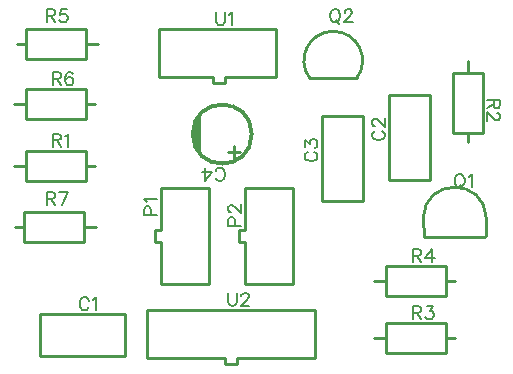
<source format=gto>
G04 Layer: TopSilkscreenLayer*
G04 EasyEDA v6.5.34, 2023-09-11 20:58:26*
G04 89a12498d96e4dad869766467b3fb9f4,2c7f107921f9494b8657ce3d0c88cbd9,10*
G04 Gerber Generator version 0.2*
G04 Scale: 100 percent, Rotated: No, Reflected: No *
G04 Dimensions in millimeters *
G04 leading zeros omitted , absolute positions ,4 integer and 5 decimal *
%FSLAX45Y45*%
%MOMM*%

%ADD10C,0.1524*%
%ADD11C,0.2540*%
%ADD12C,0.3000*%

%LPD*%
D10*
X1957565Y9131808D02*
G01*
X1952231Y9142221D01*
X1941817Y9152636D01*
X1931657Y9157715D01*
X1910829Y9157715D01*
X1900415Y9152636D01*
X1890001Y9142221D01*
X1884667Y9131808D01*
X1879587Y9116060D01*
X1879587Y9090152D01*
X1884667Y9074658D01*
X1890001Y9064244D01*
X1900415Y9053829D01*
X1910829Y9048750D01*
X1931657Y9048750D01*
X1941817Y9053829D01*
X1952231Y9064244D01*
X1957565Y9074658D01*
X1991855Y9136887D02*
G01*
X2002269Y9142221D01*
X2017763Y9157715D01*
X2017763Y9048750D01*
X4380991Y10568165D02*
G01*
X4370577Y10562831D01*
X4360163Y10552417D01*
X4355084Y10542257D01*
X4355084Y10521429D01*
X4360163Y10511015D01*
X4370577Y10500601D01*
X4380991Y10495267D01*
X4396740Y10490187D01*
X4422647Y10490187D01*
X4438141Y10495267D01*
X4448556Y10500601D01*
X4458970Y10511015D01*
X4464050Y10521429D01*
X4464050Y10542257D01*
X4458970Y10552417D01*
X4448556Y10562831D01*
X4438141Y10568165D01*
X4380991Y10607535D02*
G01*
X4375911Y10607535D01*
X4365497Y10612869D01*
X4360163Y10617949D01*
X4355084Y10628363D01*
X4355084Y10649191D01*
X4360163Y10659605D01*
X4365497Y10664685D01*
X4375911Y10670019D01*
X4386325Y10670019D01*
X4396740Y10664685D01*
X4412234Y10654271D01*
X4464050Y10602455D01*
X4464050Y10675099D01*
X3809491Y10390365D02*
G01*
X3799077Y10385031D01*
X3788663Y10374617D01*
X3783584Y10364457D01*
X3783584Y10343629D01*
X3788663Y10333215D01*
X3799077Y10322801D01*
X3809491Y10317467D01*
X3825240Y10312387D01*
X3851147Y10312387D01*
X3866641Y10317467D01*
X3877056Y10322801D01*
X3887470Y10333215D01*
X3892550Y10343629D01*
X3892550Y10364457D01*
X3887470Y10374617D01*
X3877056Y10385031D01*
X3866641Y10390365D01*
X3783584Y10435069D02*
G01*
X3783584Y10492219D01*
X3825240Y10460977D01*
X3825240Y10476471D01*
X3830320Y10486885D01*
X3835400Y10492219D01*
X3851147Y10497299D01*
X3861561Y10497299D01*
X3877056Y10492219D01*
X3887470Y10481805D01*
X3892550Y10466057D01*
X3892550Y10450563D01*
X3887470Y10435069D01*
X3882390Y10429735D01*
X3871975Y10424655D01*
X3030321Y10172192D02*
G01*
X3035655Y10161778D01*
X3046069Y10151363D01*
X3056229Y10146284D01*
X3077057Y10146284D01*
X3087471Y10151363D01*
X3097885Y10161778D01*
X3103219Y10172192D01*
X3108299Y10187939D01*
X3108299Y10213847D01*
X3103219Y10229342D01*
X3097885Y10239755D01*
X3087471Y10250170D01*
X3077057Y10255250D01*
X3056229Y10255250D01*
X3046069Y10250170D01*
X3035655Y10239755D01*
X3030321Y10229342D01*
X2944215Y10146284D02*
G01*
X2996031Y10218928D01*
X2918053Y10218928D01*
X2944215Y10146284D02*
G01*
X2944215Y10255250D01*
X2424684Y9855200D02*
G01*
X2533650Y9855200D01*
X2424684Y9855200D02*
G01*
X2424684Y9901936D01*
X2429763Y9917429D01*
X2435097Y9922763D01*
X2445511Y9927844D01*
X2461006Y9927844D01*
X2471420Y9922763D01*
X2476500Y9917429D01*
X2481834Y9901936D01*
X2481834Y9855200D01*
X2445511Y9962134D02*
G01*
X2440177Y9972547D01*
X2424684Y9988295D01*
X2533650Y9988295D01*
X3135884Y9766300D02*
G01*
X3244850Y9766300D01*
X3135884Y9766300D02*
G01*
X3135884Y9813036D01*
X3140963Y9828529D01*
X3146297Y9833863D01*
X3156711Y9838944D01*
X3172206Y9838944D01*
X3182620Y9833863D01*
X3187700Y9828529D01*
X3193034Y9813036D01*
X3193034Y9766300D01*
X3161791Y9878568D02*
G01*
X3156711Y9878568D01*
X3146297Y9883647D01*
X3140963Y9888981D01*
X3135884Y9899395D01*
X3135884Y9919970D01*
X3140963Y9930384D01*
X3146297Y9935718D01*
X3156711Y9940797D01*
X3167125Y9940797D01*
X3177540Y9935718D01*
X3193034Y9925304D01*
X3244850Y9873234D01*
X3244850Y9946131D01*
X5085841Y10199115D02*
G01*
X5075427Y10194036D01*
X5065013Y10183621D01*
X5059679Y10173208D01*
X5054600Y10157460D01*
X5054600Y10131552D01*
X5059679Y10116058D01*
X5065013Y10105644D01*
X5075427Y10095229D01*
X5085841Y10090150D01*
X5106670Y10090150D01*
X5116829Y10095229D01*
X5127243Y10105644D01*
X5132577Y10116058D01*
X5137658Y10131552D01*
X5137658Y10157460D01*
X5132577Y10173208D01*
X5127243Y10183621D01*
X5116829Y10194036D01*
X5106670Y10199115D01*
X5085841Y10199115D01*
X5101336Y10110724D02*
G01*
X5132577Y10079736D01*
X5171947Y10178287D02*
G01*
X5182361Y10183621D01*
X5198109Y10199115D01*
X5198109Y10090150D01*
X4031741Y11596115D02*
G01*
X4021327Y11591036D01*
X4010913Y11580621D01*
X4005579Y11570208D01*
X4000500Y11554460D01*
X4000500Y11528552D01*
X4005579Y11513058D01*
X4010913Y11502644D01*
X4021327Y11492229D01*
X4031741Y11487150D01*
X4052570Y11487150D01*
X4062729Y11492229D01*
X4073143Y11502644D01*
X4078477Y11513058D01*
X4083558Y11528552D01*
X4083558Y11554460D01*
X4078477Y11570208D01*
X4073143Y11580621D01*
X4062729Y11591036D01*
X4052570Y11596115D01*
X4031741Y11596115D01*
X4047236Y11507724D02*
G01*
X4078477Y11476736D01*
X4123181Y11570208D02*
G01*
X4123181Y11575287D01*
X4128261Y11585702D01*
X4133595Y11591036D01*
X4144009Y11596115D01*
X4164584Y11596115D01*
X4174997Y11591036D01*
X4180331Y11585702D01*
X4185411Y11575287D01*
X4185411Y11564874D01*
X4180331Y11554460D01*
X4169918Y11538965D01*
X4117847Y11487150D01*
X4190745Y11487150D01*
X1651000Y10542015D02*
G01*
X1651000Y10433050D01*
X1651000Y10542015D02*
G01*
X1697736Y10542015D01*
X1713229Y10536936D01*
X1718563Y10531602D01*
X1723644Y10521187D01*
X1723644Y10510774D01*
X1718563Y10500360D01*
X1713229Y10495279D01*
X1697736Y10490200D01*
X1651000Y10490200D01*
X1687321Y10490200D02*
G01*
X1723644Y10433050D01*
X1757934Y10521187D02*
G01*
X1768347Y10526521D01*
X1784095Y10542015D01*
X1784095Y10433050D01*
X5436615Y10833100D02*
G01*
X5327650Y10833100D01*
X5436615Y10833100D02*
G01*
X5436615Y10786363D01*
X5431536Y10770870D01*
X5426202Y10765536D01*
X5415788Y10760455D01*
X5405374Y10760455D01*
X5394959Y10765536D01*
X5389879Y10770870D01*
X5384800Y10786363D01*
X5384800Y10833100D01*
X5384800Y10796778D02*
G01*
X5327650Y10760455D01*
X5410708Y10720831D02*
G01*
X5415788Y10720831D01*
X5426202Y10715752D01*
X5431536Y10710418D01*
X5436615Y10700004D01*
X5436615Y10679429D01*
X5431536Y10669015D01*
X5426202Y10663681D01*
X5415788Y10658602D01*
X5405374Y10658602D01*
X5394959Y10663681D01*
X5379465Y10674095D01*
X5327650Y10726165D01*
X5327650Y10653268D01*
X4699000Y9081515D02*
G01*
X4699000Y8972550D01*
X4699000Y9081515D02*
G01*
X4745736Y9081515D01*
X4761229Y9076436D01*
X4766563Y9071102D01*
X4771643Y9060687D01*
X4771643Y9050274D01*
X4766563Y9039860D01*
X4761229Y9034779D01*
X4745736Y9029700D01*
X4699000Y9029700D01*
X4735322Y9029700D02*
G01*
X4771643Y8972550D01*
X4816347Y9081515D02*
G01*
X4873497Y9081515D01*
X4842509Y9039860D01*
X4858004Y9039860D01*
X4868418Y9034779D01*
X4873497Y9029700D01*
X4878831Y9013952D01*
X4878831Y9003537D01*
X4873497Y8988044D01*
X4863084Y8977629D01*
X4847590Y8972550D01*
X4832095Y8972550D01*
X4816347Y8977629D01*
X4811268Y8982710D01*
X4805934Y8993124D01*
X4699000Y9564115D02*
G01*
X4699000Y9455150D01*
X4699000Y9564115D02*
G01*
X4745736Y9564115D01*
X4761229Y9559036D01*
X4766563Y9553702D01*
X4771643Y9543287D01*
X4771643Y9532874D01*
X4766563Y9522460D01*
X4761229Y9517379D01*
X4745736Y9512300D01*
X4699000Y9512300D01*
X4735322Y9512300D02*
G01*
X4771643Y9455150D01*
X4858004Y9564115D02*
G01*
X4805934Y9491471D01*
X4883911Y9491471D01*
X4858004Y9564115D02*
G01*
X4858004Y9455150D01*
X1600200Y11596115D02*
G01*
X1600200Y11487150D01*
X1600200Y11596115D02*
G01*
X1646936Y11596115D01*
X1662429Y11591036D01*
X1667763Y11585702D01*
X1672844Y11575287D01*
X1672844Y11564874D01*
X1667763Y11554460D01*
X1662429Y11549379D01*
X1646936Y11544300D01*
X1600200Y11544300D01*
X1636521Y11544300D02*
G01*
X1672844Y11487150D01*
X1769618Y11596115D02*
G01*
X1717547Y11596115D01*
X1712468Y11549379D01*
X1717547Y11554460D01*
X1733295Y11559794D01*
X1748789Y11559794D01*
X1764284Y11554460D01*
X1774697Y11544300D01*
X1780031Y11528552D01*
X1780031Y11518137D01*
X1774697Y11502644D01*
X1764284Y11492229D01*
X1748789Y11487150D01*
X1733295Y11487150D01*
X1717547Y11492229D01*
X1712468Y11497310D01*
X1707134Y11507724D01*
X1651000Y11062715D02*
G01*
X1651000Y10953750D01*
X1651000Y11062715D02*
G01*
X1697736Y11062715D01*
X1713229Y11057636D01*
X1718563Y11052302D01*
X1723644Y11041887D01*
X1723644Y11031474D01*
X1718563Y11021060D01*
X1713229Y11015979D01*
X1697736Y11010900D01*
X1651000Y11010900D01*
X1687321Y11010900D02*
G01*
X1723644Y10953750D01*
X1820418Y11047221D02*
G01*
X1815084Y11057636D01*
X1799589Y11062715D01*
X1789176Y11062715D01*
X1773681Y11057636D01*
X1763268Y11041887D01*
X1757934Y11015979D01*
X1757934Y10990071D01*
X1763268Y10969244D01*
X1773681Y10958829D01*
X1789176Y10953750D01*
X1794510Y10953750D01*
X1810004Y10958829D01*
X1820418Y10969244D01*
X1825497Y10984737D01*
X1825497Y10990071D01*
X1820418Y11005565D01*
X1810004Y11015979D01*
X1794510Y11021060D01*
X1789176Y11021060D01*
X1773681Y11015979D01*
X1763268Y11005565D01*
X1757934Y10990071D01*
X1600200Y10046715D02*
G01*
X1600200Y9937750D01*
X1600200Y10046715D02*
G01*
X1646936Y10046715D01*
X1662429Y10041636D01*
X1667763Y10036302D01*
X1672844Y10025887D01*
X1672844Y10015474D01*
X1667763Y10005060D01*
X1662429Y9999979D01*
X1646936Y9994900D01*
X1600200Y9994900D01*
X1636521Y9994900D02*
G01*
X1672844Y9937750D01*
X1780031Y10046715D02*
G01*
X1727962Y9937750D01*
X1707134Y10046715D02*
G01*
X1780031Y10046715D01*
X3035300Y11570715D02*
G01*
X3035300Y11492737D01*
X3040379Y11477244D01*
X3050793Y11466829D01*
X3066541Y11461750D01*
X3076956Y11461750D01*
X3092450Y11466829D01*
X3102863Y11477244D01*
X3107943Y11492737D01*
X3107943Y11570715D01*
X3142234Y11549887D02*
G01*
X3152647Y11555221D01*
X3168395Y11570715D01*
X3168395Y11461750D01*
X3136900Y9195815D02*
G01*
X3136900Y9117837D01*
X3141979Y9102344D01*
X3152393Y9091929D01*
X3168141Y9086850D01*
X3178556Y9086850D01*
X3194050Y9091929D01*
X3204463Y9102344D01*
X3209543Y9117837D01*
X3209543Y9195815D01*
X3249168Y9169908D02*
G01*
X3249168Y9174987D01*
X3254247Y9185402D01*
X3259581Y9190736D01*
X3269995Y9195815D01*
X3290570Y9195815D01*
X3300984Y9190736D01*
X3306318Y9185402D01*
X3311397Y9174987D01*
X3311397Y9164574D01*
X3306318Y9154160D01*
X3295904Y9138665D01*
X3243834Y9086850D01*
X3316731Y9086850D01*
G36*
X2906674Y10706100D02*
G01*
X2897124Y10696346D01*
X2888132Y10686084D01*
X2879750Y10675264D01*
X2872028Y10663986D01*
X2865018Y10652252D01*
X2858719Y10640110D01*
X2853182Y10627614D01*
X2848356Y10614812D01*
X2844342Y10601756D01*
X2841091Y10588498D01*
X2838653Y10575036D01*
X2837027Y10561472D01*
X2836214Y10547858D01*
X2836214Y10534142D01*
X2837027Y10520527D01*
X2838653Y10506964D01*
X2841091Y10493502D01*
X2844342Y10480243D01*
X2848356Y10467187D01*
X2853182Y10454386D01*
X2858719Y10441889D01*
X2865018Y10429748D01*
X2872028Y10418013D01*
X2879750Y10406735D01*
X2888132Y10395915D01*
X2897124Y10385653D01*
X2906674Y10375900D01*
G37*
D11*
X1544990Y9014203D02*
G01*
X2264984Y9014200D01*
X2264984Y9014203D02*
G01*
X2264984Y8664199D01*
X2264984Y8664196D02*
G01*
X1544990Y8664199D01*
X1544990Y8664196D02*
G01*
X1544990Y9014200D01*
X4498596Y10155590D02*
G01*
X4498599Y10875584D01*
X4498596Y10875584D02*
G01*
X4848600Y10875584D01*
X4848603Y10875584D02*
G01*
X4848600Y10155590D01*
X4848603Y10155590D02*
G01*
X4498599Y10155590D01*
X3927096Y9977790D02*
G01*
X3927099Y10697784D01*
X3927096Y10697784D02*
G01*
X4277100Y10697784D01*
X4277103Y10697784D02*
G01*
X4277100Y9977790D01*
X4277103Y9977790D02*
G01*
X3927099Y9977790D01*
X3237712Y10391012D02*
G01*
X3136112Y10391012D01*
X3186099Y10341000D02*
G01*
X3186099Y10442600D01*
X2971800Y10083800D02*
G01*
X2971800Y9271000D01*
X2565400Y9271000D02*
G01*
X2565400Y9626600D01*
X2565400Y9271000D02*
G01*
X2971800Y9271000D01*
X2565400Y9728200D02*
G01*
X2565400Y10083800D01*
X2514600Y9626600D02*
G01*
X2514600Y9728200D01*
X2565400Y9626600D02*
G01*
X2514600Y9626600D01*
X2514600Y9728200D02*
G01*
X2565400Y9728200D01*
X2565400Y10083800D02*
G01*
X2971800Y10083800D01*
X3683000Y10083800D02*
G01*
X3683000Y9271000D01*
X3276600Y9271000D02*
G01*
X3276600Y9626600D01*
X3276600Y9271000D02*
G01*
X3683000Y9271000D01*
X3276600Y9728200D02*
G01*
X3276600Y10083800D01*
X3225800Y9626600D02*
G01*
X3225800Y9728200D01*
X3276600Y9626600D02*
G01*
X3225800Y9626600D01*
X3225800Y9728200D02*
G01*
X3276600Y9728200D01*
X3276600Y10083800D02*
G01*
X3683000Y10083800D01*
X5314596Y9670602D02*
G01*
X4794603Y9670600D01*
X4792979Y9676892D02*
G01*
X4787900Y9829800D01*
X5316220Y9676892D02*
G01*
X5321300Y9829800D01*
X4223890Y11013312D02*
G01*
X3827909Y11013312D01*
X1422400Y10401300D02*
G01*
X1676400Y10401300D01*
X1930400Y10401300D01*
X1930400Y10147300D01*
X1422400Y10147300D01*
X1422400Y10401300D01*
X1422400Y10274300D02*
G01*
X1320800Y10274300D01*
X1930400Y10274300D02*
G01*
X2006600Y10274300D01*
X5295900Y11061700D02*
G01*
X5295900Y10807700D01*
X5295900Y10553700D01*
X5041900Y10553700D01*
X5041900Y11061700D01*
X5295900Y11061700D01*
X5168900Y11061700D02*
G01*
X5168900Y11163300D01*
X5168900Y10553700D02*
G01*
X5168900Y10477500D01*
X4470400Y8940800D02*
G01*
X4724400Y8940800D01*
X4978400Y8940800D01*
X4978400Y8686800D01*
X4470400Y8686800D01*
X4470400Y8940800D01*
X4470400Y8813800D02*
G01*
X4368800Y8813800D01*
X4978400Y8813800D02*
G01*
X5054600Y8813800D01*
X4470400Y9423400D02*
G01*
X4724400Y9423400D01*
X4978400Y9423400D01*
X4978400Y9169400D01*
X4470400Y9169400D01*
X4470400Y9423400D01*
X4470400Y9296400D02*
G01*
X4368800Y9296400D01*
X4978400Y9296400D02*
G01*
X5054600Y9296400D01*
X1930400Y11176000D02*
G01*
X1676400Y11176000D01*
X1422400Y11176000D01*
X1422400Y11430000D01*
X1930400Y11430000D01*
X1930400Y11176000D01*
X1930400Y11303000D02*
G01*
X2032000Y11303000D01*
X1422400Y11303000D02*
G01*
X1346200Y11303000D01*
X1422400Y10922000D02*
G01*
X1676400Y10922000D01*
X1930400Y10922000D01*
X1930400Y10668000D01*
X1422400Y10668000D01*
X1422400Y10922000D01*
X1422400Y10795000D02*
G01*
X1320800Y10795000D01*
X1930400Y10795000D02*
G01*
X2006600Y10795000D01*
X1917700Y9626600D02*
G01*
X1663700Y9626600D01*
X1409700Y9626600D01*
X1409700Y9880600D01*
X1917700Y9880600D01*
X1917700Y9626600D01*
X1917700Y9753600D02*
G01*
X2019300Y9753600D01*
X1409700Y9753600D02*
G01*
X1333500Y9753600D01*
X3543297Y11023600D02*
G01*
X3111500Y11023600D01*
X3009900Y11023600D02*
G01*
X2552700Y11023600D01*
X3009900Y10972800D02*
G01*
X3009900Y11023600D01*
X3111500Y11023600D02*
G01*
X3111500Y10972800D01*
X3111500Y10972800D02*
G01*
X3009900Y10972800D01*
X2552700Y11430000D02*
G01*
X3543297Y11430000D01*
X3543297Y11023600D02*
G01*
X3543297Y11430000D01*
X2552700Y11023600D02*
G01*
X2552700Y11430000D01*
X3873497Y8648700D02*
G01*
X3213100Y8648700D01*
X3111500Y8648700D02*
G01*
X2451100Y8648700D01*
X3111500Y8597900D02*
G01*
X3111500Y8648700D01*
X3213100Y8648700D02*
G01*
X3213100Y8597900D01*
X3213100Y8597900D02*
G01*
X3111500Y8597900D01*
X2451100Y9055100D02*
G01*
X3873497Y9055100D01*
X3873497Y8648700D02*
G01*
X3873497Y9055100D01*
X2451100Y8648700D02*
G01*
X2451100Y9055100D01*
G75*
G01*
X5321297Y9828759D02*
G03*
X4787897Y9828759I-266700J-4033D01*
G75*
G01*
X4224020Y11013186D02*
G03*
X3827780Y11013186I-198120J149840D01*
D12*
G75*
G01
X3336112Y10541000D02*
G03X3336112Y10541000I-250012J0D01*
M02*

</source>
